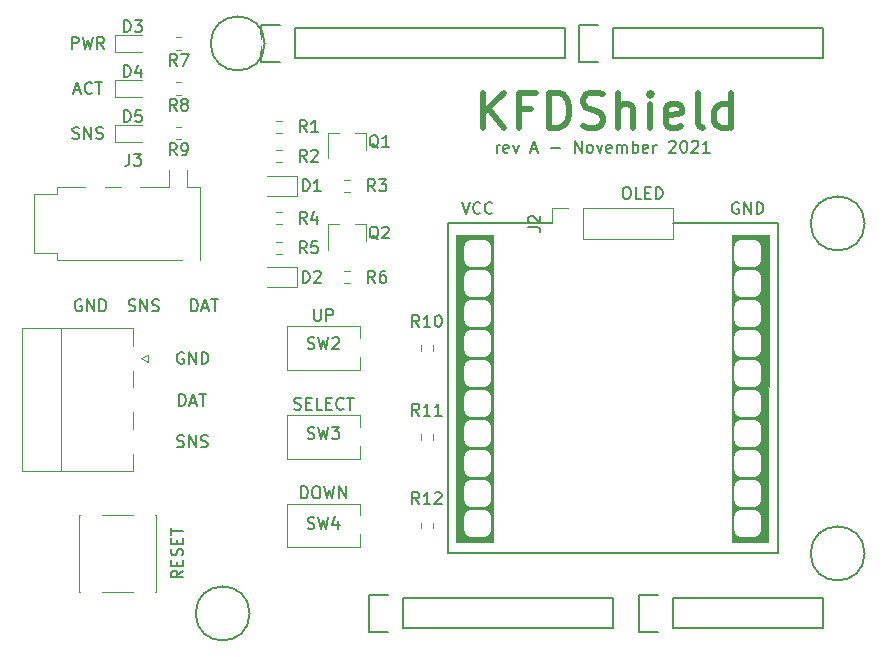
<source format=gto>
%TF.GenerationSoftware,KiCad,Pcbnew,(5.1.10)-1*%
%TF.CreationDate,2021-11-05T01:01:10-05:00*%
%TF.ProjectId,KVLShield,4b564c53-6869-4656-9c64-2e6b69636164,1.0*%
%TF.SameCoordinates,Original*%
%TF.FileFunction,Legend,Top*%
%TF.FilePolarity,Positive*%
%FSLAX46Y46*%
G04 Gerber Fmt 4.6, Leading zero omitted, Abs format (unit mm)*
G04 Created by KiCad (PCBNEW (5.1.10)-1) date 2021-11-05 01:01:10*
%MOMM*%
%LPD*%
G01*
G04 APERTURE LIST*
%ADD10C,0.150000*%
%ADD11C,0.500000*%
%ADD12C,0.100000*%
%ADD13C,0.120000*%
%ADD14R,1.500000X1.500000*%
%ADD15C,1.500000*%
%ADD16R,1.200000X2.500000*%
%ADD17R,1.300000X1.550000*%
%ADD18R,0.800000X0.900000*%
%ADD19C,2.300000*%
%ADD20R,0.500000X0.500000*%
%ADD21O,3.600000X1.800000*%
%ADD22O,1.727200X2.032000*%
%ADD23C,4.064000*%
%ADD24R,1.700000X1.700000*%
%ADD25O,1.700000X1.700000*%
G04 APERTURE END LIST*
D10*
X148163595Y-84817380D02*
X148163595Y-84150714D01*
X148163595Y-84341190D02*
X148211214Y-84245952D01*
X148258833Y-84198333D01*
X148354071Y-84150714D01*
X148449309Y-84150714D01*
X149163595Y-84769761D02*
X149068357Y-84817380D01*
X148877880Y-84817380D01*
X148782642Y-84769761D01*
X148735023Y-84674523D01*
X148735023Y-84293571D01*
X148782642Y-84198333D01*
X148877880Y-84150714D01*
X149068357Y-84150714D01*
X149163595Y-84198333D01*
X149211214Y-84293571D01*
X149211214Y-84388809D01*
X148735023Y-84484047D01*
X149544547Y-84150714D02*
X149782642Y-84817380D01*
X150020738Y-84150714D01*
X151115976Y-84531666D02*
X151592166Y-84531666D01*
X151020738Y-84817380D02*
X151354071Y-83817380D01*
X151687404Y-84817380D01*
X152782642Y-84436428D02*
X153544547Y-84436428D01*
X154782642Y-84817380D02*
X154782642Y-83817380D01*
X155354071Y-84817380D01*
X155354071Y-83817380D01*
X155973119Y-84817380D02*
X155877880Y-84769761D01*
X155830261Y-84722142D01*
X155782642Y-84626904D01*
X155782642Y-84341190D01*
X155830261Y-84245952D01*
X155877880Y-84198333D01*
X155973119Y-84150714D01*
X156115976Y-84150714D01*
X156211214Y-84198333D01*
X156258833Y-84245952D01*
X156306452Y-84341190D01*
X156306452Y-84626904D01*
X156258833Y-84722142D01*
X156211214Y-84769761D01*
X156115976Y-84817380D01*
X155973119Y-84817380D01*
X156639785Y-84150714D02*
X156877880Y-84817380D01*
X157115976Y-84150714D01*
X157877880Y-84769761D02*
X157782642Y-84817380D01*
X157592166Y-84817380D01*
X157496928Y-84769761D01*
X157449309Y-84674523D01*
X157449309Y-84293571D01*
X157496928Y-84198333D01*
X157592166Y-84150714D01*
X157782642Y-84150714D01*
X157877880Y-84198333D01*
X157925500Y-84293571D01*
X157925500Y-84388809D01*
X157449309Y-84484047D01*
X158354071Y-84817380D02*
X158354071Y-84150714D01*
X158354071Y-84245952D02*
X158401690Y-84198333D01*
X158496928Y-84150714D01*
X158639785Y-84150714D01*
X158735023Y-84198333D01*
X158782642Y-84293571D01*
X158782642Y-84817380D01*
X158782642Y-84293571D02*
X158830261Y-84198333D01*
X158925500Y-84150714D01*
X159068357Y-84150714D01*
X159163595Y-84198333D01*
X159211214Y-84293571D01*
X159211214Y-84817380D01*
X159687404Y-84817380D02*
X159687404Y-83817380D01*
X159687404Y-84198333D02*
X159782642Y-84150714D01*
X159973119Y-84150714D01*
X160068357Y-84198333D01*
X160115976Y-84245952D01*
X160163595Y-84341190D01*
X160163595Y-84626904D01*
X160115976Y-84722142D01*
X160068357Y-84769761D01*
X159973119Y-84817380D01*
X159782642Y-84817380D01*
X159687404Y-84769761D01*
X160973119Y-84769761D02*
X160877880Y-84817380D01*
X160687404Y-84817380D01*
X160592166Y-84769761D01*
X160544547Y-84674523D01*
X160544547Y-84293571D01*
X160592166Y-84198333D01*
X160687404Y-84150714D01*
X160877880Y-84150714D01*
X160973119Y-84198333D01*
X161020738Y-84293571D01*
X161020738Y-84388809D01*
X160544547Y-84484047D01*
X161449309Y-84817380D02*
X161449309Y-84150714D01*
X161449309Y-84341190D02*
X161496928Y-84245952D01*
X161544547Y-84198333D01*
X161639785Y-84150714D01*
X161735023Y-84150714D01*
X162782642Y-83912619D02*
X162830261Y-83865000D01*
X162925500Y-83817380D01*
X163163595Y-83817380D01*
X163258833Y-83865000D01*
X163306452Y-83912619D01*
X163354071Y-84007857D01*
X163354071Y-84103095D01*
X163306452Y-84245952D01*
X162735023Y-84817380D01*
X163354071Y-84817380D01*
X163973119Y-83817380D02*
X164068357Y-83817380D01*
X164163595Y-83865000D01*
X164211214Y-83912619D01*
X164258833Y-84007857D01*
X164306452Y-84198333D01*
X164306452Y-84436428D01*
X164258833Y-84626904D01*
X164211214Y-84722142D01*
X164163595Y-84769761D01*
X164068357Y-84817380D01*
X163973119Y-84817380D01*
X163877880Y-84769761D01*
X163830261Y-84722142D01*
X163782642Y-84626904D01*
X163735023Y-84436428D01*
X163735023Y-84198333D01*
X163782642Y-84007857D01*
X163830261Y-83912619D01*
X163877880Y-83865000D01*
X163973119Y-83817380D01*
X164687404Y-83912619D02*
X164735023Y-83865000D01*
X164830261Y-83817380D01*
X165068357Y-83817380D01*
X165163595Y-83865000D01*
X165211214Y-83912619D01*
X165258833Y-84007857D01*
X165258833Y-84103095D01*
X165211214Y-84245952D01*
X164639785Y-84817380D01*
X165258833Y-84817380D01*
X166211214Y-84817380D02*
X165639785Y-84817380D01*
X165925500Y-84817380D02*
X165925500Y-83817380D01*
X165830261Y-83960238D01*
X165735023Y-84055476D01*
X165639785Y-84103095D01*
D11*
X147037285Y-82722142D02*
X147037285Y-79722142D01*
X148751571Y-82722142D02*
X147465857Y-81007857D01*
X148751571Y-79722142D02*
X147037285Y-81436428D01*
X151037285Y-81150714D02*
X150037285Y-81150714D01*
X150037285Y-82722142D02*
X150037285Y-79722142D01*
X151465857Y-79722142D01*
X152608714Y-82722142D02*
X152608714Y-79722142D01*
X153323000Y-79722142D01*
X153751571Y-79865000D01*
X154037285Y-80150714D01*
X154180142Y-80436428D01*
X154323000Y-81007857D01*
X154323000Y-81436428D01*
X154180142Y-82007857D01*
X154037285Y-82293571D01*
X153751571Y-82579285D01*
X153323000Y-82722142D01*
X152608714Y-82722142D01*
X155465857Y-82579285D02*
X155894428Y-82722142D01*
X156608714Y-82722142D01*
X156894428Y-82579285D01*
X157037285Y-82436428D01*
X157180142Y-82150714D01*
X157180142Y-81865000D01*
X157037285Y-81579285D01*
X156894428Y-81436428D01*
X156608714Y-81293571D01*
X156037285Y-81150714D01*
X155751571Y-81007857D01*
X155608714Y-80865000D01*
X155465857Y-80579285D01*
X155465857Y-80293571D01*
X155608714Y-80007857D01*
X155751571Y-79865000D01*
X156037285Y-79722142D01*
X156751571Y-79722142D01*
X157180142Y-79865000D01*
X158465857Y-82722142D02*
X158465857Y-79722142D01*
X159751571Y-82722142D02*
X159751571Y-81150714D01*
X159608714Y-80865000D01*
X159323000Y-80722142D01*
X158894428Y-80722142D01*
X158608714Y-80865000D01*
X158465857Y-81007857D01*
X161180142Y-82722142D02*
X161180142Y-80722142D01*
X161180142Y-79722142D02*
X161037285Y-79865000D01*
X161180142Y-80007857D01*
X161323000Y-79865000D01*
X161180142Y-79722142D01*
X161180142Y-80007857D01*
X163751571Y-82579285D02*
X163465857Y-82722142D01*
X162894428Y-82722142D01*
X162608714Y-82579285D01*
X162465857Y-82293571D01*
X162465857Y-81150714D01*
X162608714Y-80865000D01*
X162894428Y-80722142D01*
X163465857Y-80722142D01*
X163751571Y-80865000D01*
X163894428Y-81150714D01*
X163894428Y-81436428D01*
X162465857Y-81722142D01*
X165608714Y-82722142D02*
X165323000Y-82579285D01*
X165180142Y-82293571D01*
X165180142Y-79722142D01*
X168037285Y-82722142D02*
X168037285Y-79722142D01*
X168037285Y-82579285D02*
X167751571Y-82722142D01*
X167180142Y-82722142D01*
X166894428Y-82579285D01*
X166751571Y-82436428D01*
X166608714Y-82150714D01*
X166608714Y-81293571D01*
X166751571Y-81007857D01*
X166894428Y-80865000D01*
X167180142Y-80722142D01*
X167751571Y-80722142D01*
X168037285Y-80865000D01*
D10*
X131617047Y-114067380D02*
X131617047Y-113067380D01*
X131855142Y-113067380D01*
X131998000Y-113115000D01*
X132093238Y-113210238D01*
X132140857Y-113305476D01*
X132188476Y-113495952D01*
X132188476Y-113638809D01*
X132140857Y-113829285D01*
X132093238Y-113924523D01*
X131998000Y-114019761D01*
X131855142Y-114067380D01*
X131617047Y-114067380D01*
X132807523Y-113067380D02*
X132998000Y-113067380D01*
X133093238Y-113115000D01*
X133188476Y-113210238D01*
X133236095Y-113400714D01*
X133236095Y-113734047D01*
X133188476Y-113924523D01*
X133093238Y-114019761D01*
X132998000Y-114067380D01*
X132807523Y-114067380D01*
X132712285Y-114019761D01*
X132617047Y-113924523D01*
X132569428Y-113734047D01*
X132569428Y-113400714D01*
X132617047Y-113210238D01*
X132712285Y-113115000D01*
X132807523Y-113067380D01*
X133569428Y-113067380D02*
X133807523Y-114067380D01*
X133998000Y-113353095D01*
X134188476Y-114067380D01*
X134426571Y-113067380D01*
X134807523Y-114067380D02*
X134807523Y-113067380D01*
X135378952Y-114067380D01*
X135378952Y-113067380D01*
X131021809Y-106519761D02*
X131164666Y-106567380D01*
X131402761Y-106567380D01*
X131498000Y-106519761D01*
X131545619Y-106472142D01*
X131593238Y-106376904D01*
X131593238Y-106281666D01*
X131545619Y-106186428D01*
X131498000Y-106138809D01*
X131402761Y-106091190D01*
X131212285Y-106043571D01*
X131117047Y-105995952D01*
X131069428Y-105948333D01*
X131021809Y-105853095D01*
X131021809Y-105757857D01*
X131069428Y-105662619D01*
X131117047Y-105615000D01*
X131212285Y-105567380D01*
X131450380Y-105567380D01*
X131593238Y-105615000D01*
X132021809Y-106043571D02*
X132355142Y-106043571D01*
X132498000Y-106567380D02*
X132021809Y-106567380D01*
X132021809Y-105567380D01*
X132498000Y-105567380D01*
X133402761Y-106567380D02*
X132926571Y-106567380D01*
X132926571Y-105567380D01*
X133736095Y-106043571D02*
X134069428Y-106043571D01*
X134212285Y-106567380D02*
X133736095Y-106567380D01*
X133736095Y-105567380D01*
X134212285Y-105567380D01*
X135212285Y-106472142D02*
X135164666Y-106519761D01*
X135021809Y-106567380D01*
X134926571Y-106567380D01*
X134783714Y-106519761D01*
X134688476Y-106424523D01*
X134640857Y-106329285D01*
X134593238Y-106138809D01*
X134593238Y-105995952D01*
X134640857Y-105805476D01*
X134688476Y-105710238D01*
X134783714Y-105615000D01*
X134926571Y-105567380D01*
X135021809Y-105567380D01*
X135164666Y-105615000D01*
X135212285Y-105662619D01*
X135498000Y-105567380D02*
X136069428Y-105567380D01*
X135783714Y-106567380D02*
X135783714Y-105567380D01*
X132712285Y-98067380D02*
X132712285Y-98876904D01*
X132759904Y-98972142D01*
X132807523Y-99019761D01*
X132902761Y-99067380D01*
X133093238Y-99067380D01*
X133188476Y-99019761D01*
X133236095Y-98972142D01*
X133283714Y-98876904D01*
X133283714Y-98067380D01*
X133759904Y-99067380D02*
X133759904Y-98067380D01*
X134140857Y-98067380D01*
X134236095Y-98115000D01*
X134283714Y-98162619D01*
X134331333Y-98257857D01*
X134331333Y-98400714D01*
X134283714Y-98495952D01*
X134236095Y-98543571D01*
X134140857Y-98591190D01*
X133759904Y-98591190D01*
X145224666Y-88987380D02*
X145558000Y-89987380D01*
X145891333Y-88987380D01*
X146796095Y-89892142D02*
X146748476Y-89939761D01*
X146605619Y-89987380D01*
X146510380Y-89987380D01*
X146367523Y-89939761D01*
X146272285Y-89844523D01*
X146224666Y-89749285D01*
X146177047Y-89558809D01*
X146177047Y-89415952D01*
X146224666Y-89225476D01*
X146272285Y-89130238D01*
X146367523Y-89035000D01*
X146510380Y-88987380D01*
X146605619Y-88987380D01*
X146748476Y-89035000D01*
X146796095Y-89082619D01*
X147796095Y-89892142D02*
X147748476Y-89939761D01*
X147605619Y-89987380D01*
X147510380Y-89987380D01*
X147367523Y-89939761D01*
X147272285Y-89844523D01*
X147224666Y-89749285D01*
X147177047Y-89558809D01*
X147177047Y-89415952D01*
X147224666Y-89225476D01*
X147272285Y-89130238D01*
X147367523Y-89035000D01*
X147510380Y-88987380D01*
X147605619Y-88987380D01*
X147748476Y-89035000D01*
X147796095Y-89082619D01*
X168656095Y-89035000D02*
X168560857Y-88987380D01*
X168418000Y-88987380D01*
X168275142Y-89035000D01*
X168179904Y-89130238D01*
X168132285Y-89225476D01*
X168084666Y-89415952D01*
X168084666Y-89558809D01*
X168132285Y-89749285D01*
X168179904Y-89844523D01*
X168275142Y-89939761D01*
X168418000Y-89987380D01*
X168513238Y-89987380D01*
X168656095Y-89939761D01*
X168703714Y-89892142D01*
X168703714Y-89558809D01*
X168513238Y-89558809D01*
X169132285Y-89987380D02*
X169132285Y-88987380D01*
X169703714Y-89987380D01*
X169703714Y-88987380D01*
X170179904Y-89987380D02*
X170179904Y-88987380D01*
X170418000Y-88987380D01*
X170560857Y-89035000D01*
X170656095Y-89130238D01*
X170703714Y-89225476D01*
X170751333Y-89415952D01*
X170751333Y-89558809D01*
X170703714Y-89749285D01*
X170656095Y-89844523D01*
X170560857Y-89939761D01*
X170418000Y-89987380D01*
X170179904Y-89987380D01*
D12*
G36*
X171206905Y-91819668D02*
G01*
X171157252Y-117774831D01*
X168098867Y-117771507D01*
X168088162Y-91823680D01*
X168101792Y-91816865D01*
X168098656Y-91816344D01*
X171206905Y-91819668D01*
G37*
X171206905Y-91819668D02*
X171157252Y-117774831D01*
X168098867Y-117771507D01*
X168088162Y-91823680D01*
X168101792Y-91816865D01*
X168098656Y-91816344D01*
X171206905Y-91819668D01*
G36*
X147869342Y-91797418D02*
G01*
X147819689Y-117752581D01*
X144761304Y-117749257D01*
X144750599Y-91801430D01*
X144764229Y-91794615D01*
X144761093Y-91794094D01*
X147869342Y-91797418D01*
G37*
X147869342Y-91797418D02*
X147819689Y-117752581D01*
X144761304Y-117749257D01*
X144750599Y-91801430D01*
X144764229Y-91794615D01*
X144761093Y-91794094D01*
X147869342Y-91797418D01*
D10*
X144018000Y-90805000D02*
X152848000Y-90805000D01*
X171958000Y-90805000D02*
X163068000Y-90805000D01*
X171958000Y-118745000D02*
X171958000Y-90805000D01*
X144018000Y-118745000D02*
X171958000Y-118745000D01*
X144018000Y-90805000D02*
X144018000Y-118745000D01*
X121610380Y-120197380D02*
X121134190Y-120530714D01*
X121610380Y-120768809D02*
X120610380Y-120768809D01*
X120610380Y-120387857D01*
X120658000Y-120292619D01*
X120705619Y-120245000D01*
X120800857Y-120197380D01*
X120943714Y-120197380D01*
X121038952Y-120245000D01*
X121086571Y-120292619D01*
X121134190Y-120387857D01*
X121134190Y-120768809D01*
X121086571Y-119768809D02*
X121086571Y-119435476D01*
X121610380Y-119292619D02*
X121610380Y-119768809D01*
X120610380Y-119768809D01*
X120610380Y-119292619D01*
X121562761Y-118911666D02*
X121610380Y-118768809D01*
X121610380Y-118530714D01*
X121562761Y-118435476D01*
X121515142Y-118387857D01*
X121419904Y-118340238D01*
X121324666Y-118340238D01*
X121229428Y-118387857D01*
X121181809Y-118435476D01*
X121134190Y-118530714D01*
X121086571Y-118721190D01*
X121038952Y-118816428D01*
X120991333Y-118864047D01*
X120896095Y-118911666D01*
X120800857Y-118911666D01*
X120705619Y-118864047D01*
X120658000Y-118816428D01*
X120610380Y-118721190D01*
X120610380Y-118483095D01*
X120658000Y-118340238D01*
X121086571Y-117911666D02*
X121086571Y-117578333D01*
X121610380Y-117435476D02*
X121610380Y-117911666D01*
X120610380Y-117911666D01*
X120610380Y-117435476D01*
X120610380Y-117149761D02*
X120610380Y-116578333D01*
X121610380Y-116864047D02*
X120610380Y-116864047D01*
X113012560Y-97287607D02*
X112917321Y-97239987D01*
X112774464Y-97239987D01*
X112631607Y-97287607D01*
X112536369Y-97382845D01*
X112488750Y-97478083D01*
X112441131Y-97668559D01*
X112441131Y-97811416D01*
X112488750Y-98001892D01*
X112536369Y-98097130D01*
X112631607Y-98192368D01*
X112774464Y-98239987D01*
X112869702Y-98239987D01*
X113012560Y-98192368D01*
X113060179Y-98144749D01*
X113060179Y-97811416D01*
X112869702Y-97811416D01*
X113488750Y-98239987D02*
X113488750Y-97239987D01*
X114060179Y-98239987D01*
X114060179Y-97239987D01*
X114536369Y-98239987D02*
X114536369Y-97239987D01*
X114774464Y-97239987D01*
X114917321Y-97287607D01*
X115012560Y-97382845D01*
X115060179Y-97478083D01*
X115107798Y-97668559D01*
X115107798Y-97811416D01*
X115060179Y-98001892D01*
X115012560Y-98097130D01*
X114917321Y-98192368D01*
X114774464Y-98239987D01*
X114536369Y-98239987D01*
X117012560Y-98192368D02*
X117155417Y-98239987D01*
X117393512Y-98239987D01*
X117488750Y-98192368D01*
X117536369Y-98144749D01*
X117583988Y-98049511D01*
X117583988Y-97954273D01*
X117536369Y-97859035D01*
X117488750Y-97811416D01*
X117393512Y-97763797D01*
X117203036Y-97716178D01*
X117107798Y-97668559D01*
X117060179Y-97620940D01*
X117012560Y-97525702D01*
X117012560Y-97430464D01*
X117060179Y-97335226D01*
X117107798Y-97287607D01*
X117203036Y-97239987D01*
X117441131Y-97239987D01*
X117583988Y-97287607D01*
X118012560Y-98239987D02*
X118012560Y-97239987D01*
X118583988Y-98239987D01*
X118583988Y-97239987D01*
X119012560Y-98192368D02*
X119155417Y-98239987D01*
X119393512Y-98239987D01*
X119488750Y-98192368D01*
X119536369Y-98144749D01*
X119583988Y-98049511D01*
X119583988Y-97954273D01*
X119536369Y-97859035D01*
X119488750Y-97811416D01*
X119393512Y-97763797D01*
X119203036Y-97716178D01*
X119107798Y-97668559D01*
X119060179Y-97620940D01*
X119012560Y-97525702D01*
X119012560Y-97430464D01*
X119060179Y-97335226D01*
X119107798Y-97287607D01*
X119203036Y-97239987D01*
X119441131Y-97239987D01*
X119583988Y-97287607D01*
X122298274Y-98239987D02*
X122298274Y-97239987D01*
X122536369Y-97239987D01*
X122679226Y-97287607D01*
X122774464Y-97382845D01*
X122822083Y-97478083D01*
X122869702Y-97668559D01*
X122869702Y-97811416D01*
X122822083Y-98001892D01*
X122774464Y-98097130D01*
X122679226Y-98192368D01*
X122536369Y-98239987D01*
X122298274Y-98239987D01*
X123250655Y-97954273D02*
X123726845Y-97954273D01*
X123155417Y-98239987D02*
X123488750Y-97239987D01*
X123822083Y-98239987D01*
X124012560Y-97239987D02*
X124583988Y-97239987D01*
X124298274Y-98239987D02*
X124298274Y-97239987D01*
X121281472Y-106258728D02*
X121281472Y-105258728D01*
X121519567Y-105258728D01*
X121662424Y-105306348D01*
X121757662Y-105401586D01*
X121805281Y-105496824D01*
X121852901Y-105687300D01*
X121852901Y-105830157D01*
X121805281Y-106020633D01*
X121757662Y-106115871D01*
X121662424Y-106211109D01*
X121519567Y-106258728D01*
X121281472Y-106258728D01*
X122233853Y-105973014D02*
X122710043Y-105973014D01*
X122138615Y-106258728D02*
X122471948Y-105258728D01*
X122805281Y-106258728D01*
X122995758Y-105258728D02*
X123567186Y-105258728D01*
X123281472Y-106258728D02*
X123281472Y-105258728D01*
X121121803Y-109692957D02*
X121264660Y-109740576D01*
X121502756Y-109740576D01*
X121597994Y-109692957D01*
X121645613Y-109645338D01*
X121693232Y-109550100D01*
X121693232Y-109454862D01*
X121645613Y-109359624D01*
X121597994Y-109312005D01*
X121502756Y-109264386D01*
X121312279Y-109216767D01*
X121217041Y-109169148D01*
X121169422Y-109121529D01*
X121121803Y-109026291D01*
X121121803Y-108931053D01*
X121169422Y-108835815D01*
X121217041Y-108788196D01*
X121312279Y-108740576D01*
X121550375Y-108740576D01*
X121693232Y-108788196D01*
X122121803Y-109740576D02*
X122121803Y-108740576D01*
X122693232Y-109740576D01*
X122693232Y-108740576D01*
X123121803Y-109692957D02*
X123264660Y-109740576D01*
X123502756Y-109740576D01*
X123597994Y-109692957D01*
X123645613Y-109645338D01*
X123693232Y-109550100D01*
X123693232Y-109454862D01*
X123645613Y-109359624D01*
X123597994Y-109312005D01*
X123502756Y-109264386D01*
X123312279Y-109216767D01*
X123217041Y-109169148D01*
X123169422Y-109121529D01*
X123121803Y-109026291D01*
X123121803Y-108931053D01*
X123169422Y-108835815D01*
X123217041Y-108788196D01*
X123312279Y-108740576D01*
X123550375Y-108740576D01*
X123693232Y-108788196D01*
X121666095Y-101735000D02*
X121570857Y-101687380D01*
X121428000Y-101687380D01*
X121285142Y-101735000D01*
X121189904Y-101830238D01*
X121142285Y-101925476D01*
X121094666Y-102115952D01*
X121094666Y-102258809D01*
X121142285Y-102449285D01*
X121189904Y-102544523D01*
X121285142Y-102639761D01*
X121428000Y-102687380D01*
X121523238Y-102687380D01*
X121666095Y-102639761D01*
X121713714Y-102592142D01*
X121713714Y-102258809D01*
X121523238Y-102258809D01*
X122142285Y-102687380D02*
X122142285Y-101687380D01*
X122713714Y-102687380D01*
X122713714Y-101687380D01*
X123189904Y-102687380D02*
X123189904Y-101687380D01*
X123428000Y-101687380D01*
X123570857Y-101735000D01*
X123666095Y-101830238D01*
X123713714Y-101925476D01*
X123761333Y-102115952D01*
X123761333Y-102258809D01*
X123713714Y-102449285D01*
X123666095Y-102544523D01*
X123570857Y-102639761D01*
X123428000Y-102687380D01*
X123189904Y-102687380D01*
X112252285Y-83589761D02*
X112395142Y-83637380D01*
X112633238Y-83637380D01*
X112728476Y-83589761D01*
X112776095Y-83542142D01*
X112823714Y-83446904D01*
X112823714Y-83351666D01*
X112776095Y-83256428D01*
X112728476Y-83208809D01*
X112633238Y-83161190D01*
X112442761Y-83113571D01*
X112347523Y-83065952D01*
X112299904Y-83018333D01*
X112252285Y-82923095D01*
X112252285Y-82827857D01*
X112299904Y-82732619D01*
X112347523Y-82685000D01*
X112442761Y-82637380D01*
X112680857Y-82637380D01*
X112823714Y-82685000D01*
X113252285Y-83637380D02*
X113252285Y-82637380D01*
X113823714Y-83637380D01*
X113823714Y-82637380D01*
X114252285Y-83589761D02*
X114395142Y-83637380D01*
X114633238Y-83637380D01*
X114728476Y-83589761D01*
X114776095Y-83542142D01*
X114823714Y-83446904D01*
X114823714Y-83351666D01*
X114776095Y-83256428D01*
X114728476Y-83208809D01*
X114633238Y-83161190D01*
X114442761Y-83113571D01*
X114347523Y-83065952D01*
X114299904Y-83018333D01*
X114252285Y-82923095D01*
X114252285Y-82827857D01*
X114299904Y-82732619D01*
X114347523Y-82685000D01*
X114442761Y-82637380D01*
X114680857Y-82637380D01*
X114823714Y-82685000D01*
X112418952Y-79541666D02*
X112895142Y-79541666D01*
X112323714Y-79827380D02*
X112657047Y-78827380D01*
X112990380Y-79827380D01*
X113895142Y-79732142D02*
X113847523Y-79779761D01*
X113704666Y-79827380D01*
X113609428Y-79827380D01*
X113466571Y-79779761D01*
X113371333Y-79684523D01*
X113323714Y-79589285D01*
X113276095Y-79398809D01*
X113276095Y-79255952D01*
X113323714Y-79065476D01*
X113371333Y-78970238D01*
X113466571Y-78875000D01*
X113609428Y-78827380D01*
X113704666Y-78827380D01*
X113847523Y-78875000D01*
X113895142Y-78922619D01*
X114180857Y-78827380D02*
X114752285Y-78827380D01*
X114466571Y-79827380D02*
X114466571Y-78827380D01*
X112204666Y-76017380D02*
X112204666Y-75017380D01*
X112585619Y-75017380D01*
X112680857Y-75065000D01*
X112728476Y-75112619D01*
X112776095Y-75207857D01*
X112776095Y-75350714D01*
X112728476Y-75445952D01*
X112680857Y-75493571D01*
X112585619Y-75541190D01*
X112204666Y-75541190D01*
X113109428Y-75017380D02*
X113347523Y-76017380D01*
X113538000Y-75303095D01*
X113728476Y-76017380D01*
X113966571Y-75017380D01*
X114918952Y-76017380D02*
X114585619Y-75541190D01*
X114347523Y-76017380D02*
X114347523Y-75017380D01*
X114728476Y-75017380D01*
X114823714Y-75065000D01*
X114871333Y-75112619D01*
X114918952Y-75207857D01*
X114918952Y-75350714D01*
X114871333Y-75445952D01*
X114823714Y-75493571D01*
X114728476Y-75541190D01*
X114347523Y-75541190D01*
X159075619Y-87717380D02*
X159266095Y-87717380D01*
X159361333Y-87765000D01*
X159456571Y-87860238D01*
X159504190Y-88050714D01*
X159504190Y-88384047D01*
X159456571Y-88574523D01*
X159361333Y-88669761D01*
X159266095Y-88717380D01*
X159075619Y-88717380D01*
X158980380Y-88669761D01*
X158885142Y-88574523D01*
X158837523Y-88384047D01*
X158837523Y-88050714D01*
X158885142Y-87860238D01*
X158980380Y-87765000D01*
X159075619Y-87717380D01*
X160408952Y-88717380D02*
X159932761Y-88717380D01*
X159932761Y-87717380D01*
X160742285Y-88193571D02*
X161075619Y-88193571D01*
X161218476Y-88717380D02*
X160742285Y-88717380D01*
X160742285Y-87717380D01*
X161218476Y-87717380D01*
X161647047Y-88717380D02*
X161647047Y-87717380D01*
X161885142Y-87717380D01*
X162028000Y-87765000D01*
X162123238Y-87860238D01*
X162170857Y-87955476D01*
X162218476Y-88145952D01*
X162218476Y-88288809D01*
X162170857Y-88479285D01*
X162123238Y-88574523D01*
X162028000Y-88669761D01*
X161885142Y-88717380D01*
X161647047Y-88717380D01*
D13*
%TO.C,SW4*%
X130438000Y-114515000D02*
X136558000Y-114515000D01*
X136558000Y-114515000D02*
X136558000Y-118215000D01*
X136558000Y-118215000D02*
X130438000Y-118215000D01*
X130438000Y-118215000D02*
X130438000Y-114515000D01*
%TO.C,SW3*%
X130438000Y-107015000D02*
X136558000Y-107015000D01*
X136558000Y-107015000D02*
X136558000Y-110715000D01*
X136558000Y-110715000D02*
X130438000Y-110715000D01*
X130438000Y-110715000D02*
X130438000Y-107015000D01*
%TO.C,SW2*%
X130438000Y-99515000D02*
X136558000Y-99515000D01*
X136558000Y-99515000D02*
X136558000Y-103215000D01*
X136558000Y-103215000D02*
X130438000Y-103215000D01*
X130438000Y-103215000D02*
X130438000Y-99515000D01*
%TO.C,J3*%
X120398000Y-87705000D02*
X120398000Y-86305000D01*
X121948000Y-87705000D02*
X121948000Y-86305000D01*
X121498000Y-93905000D02*
X110973000Y-93905000D01*
X121948000Y-87705000D02*
X123073000Y-87705000D01*
X117998000Y-87705000D02*
X120398000Y-87705000D01*
X114998000Y-87705000D02*
X116348000Y-87705000D01*
X110973000Y-87705000D02*
X113348000Y-87705000D01*
X123073000Y-93905000D02*
X123073000Y-87705000D01*
X110973000Y-87705000D02*
X110973000Y-88305000D01*
X110973000Y-93305000D02*
X110973000Y-93905000D01*
X108973000Y-88305000D02*
X108973000Y-93305000D01*
X110973000Y-88305000D02*
X108973000Y-88305000D01*
X110973000Y-93305000D02*
X108973000Y-93305000D01*
%TO.C,SW1*%
X112848000Y-115515000D02*
X112848000Y-121975000D01*
X117378000Y-115515000D02*
X114778000Y-115515000D01*
X119308000Y-115515000D02*
X119308000Y-121975000D01*
X117378000Y-121975000D02*
X114778000Y-121975000D01*
X119278000Y-115515000D02*
X119308000Y-115515000D01*
X112848000Y-115515000D02*
X112878000Y-115515000D01*
X112848000Y-121975000D02*
X112878000Y-121975000D01*
X119308000Y-121975000D02*
X119278000Y-121975000D01*
%TO.C,Q1*%
X137078000Y-83105000D02*
X137078000Y-84565000D01*
X133918000Y-83105000D02*
X133918000Y-85265000D01*
X133918000Y-83105000D02*
X134848000Y-83105000D01*
X137078000Y-83105000D02*
X136148000Y-83105000D01*
%TO.C,R12*%
X141725500Y-116127742D02*
X141725500Y-116602258D01*
X142770500Y-116127742D02*
X142770500Y-116602258D01*
%TO.C,R11*%
X141725500Y-108627742D02*
X141725500Y-109102258D01*
X142770500Y-108627742D02*
X142770500Y-109102258D01*
%TO.C,R10*%
X141725500Y-101127742D02*
X141725500Y-101602258D01*
X142770500Y-101127742D02*
X142770500Y-101602258D01*
%TO.C,D2*%
X131248000Y-96215000D02*
X128698000Y-96215000D01*
X131248000Y-94515000D02*
X128698000Y-94515000D01*
X131248000Y-96215000D02*
X131248000Y-94515000D01*
%TO.C,D1*%
X131248000Y-88465000D02*
X128698000Y-88465000D01*
X131248000Y-86765000D02*
X128698000Y-86765000D01*
X131248000Y-88465000D02*
X131248000Y-86765000D01*
%TO.C,J1*%
X118678000Y-101935000D02*
X118678000Y-102535000D01*
X118078000Y-102235000D02*
X118678000Y-101935000D01*
X118678000Y-102535000D02*
X118078000Y-102235000D01*
X111278000Y-99675000D02*
X111278000Y-111795000D01*
X117388000Y-106785000D02*
X117388000Y-108185000D01*
X117388000Y-103285000D02*
X117388000Y-104685000D01*
X117388000Y-111795000D02*
X117388000Y-110285000D01*
X117388000Y-99675000D02*
X117388000Y-101185000D01*
X107968000Y-111795000D02*
X117388000Y-111795000D01*
X107968000Y-99675000D02*
X107968000Y-111795000D01*
X117388000Y-99675000D02*
X107968000Y-99675000D01*
%TO.C,R9*%
X121485258Y-82622500D02*
X121010742Y-82622500D01*
X121485258Y-83667500D02*
X121010742Y-83667500D01*
%TO.C,D5*%
X115863000Y-83920000D02*
X118148000Y-83920000D01*
X115863000Y-82450000D02*
X115863000Y-83920000D01*
X118148000Y-82450000D02*
X115863000Y-82450000D01*
%TO.C,D4*%
X115863000Y-80110000D02*
X118148000Y-80110000D01*
X115863000Y-78640000D02*
X115863000Y-80110000D01*
X118148000Y-78640000D02*
X115863000Y-78640000D01*
%TO.C,D3*%
X115863000Y-76300000D02*
X118148000Y-76300000D01*
X115863000Y-74830000D02*
X115863000Y-76300000D01*
X118148000Y-74830000D02*
X115863000Y-74830000D01*
%TO.C,Q2*%
X137078000Y-90855000D02*
X137078000Y-92315000D01*
X133918000Y-90855000D02*
X133918000Y-93015000D01*
X133918000Y-90855000D02*
X134848000Y-90855000D01*
X137078000Y-90855000D02*
X136148000Y-90855000D01*
%TO.C,R8*%
X121485258Y-78852500D02*
X121010742Y-78852500D01*
X121485258Y-79897500D02*
X121010742Y-79897500D01*
%TO.C,R7*%
X121485258Y-75042500D02*
X121010742Y-75042500D01*
X121485258Y-76087500D02*
X121010742Y-76087500D01*
%TO.C,R6*%
X135735258Y-94842500D02*
X135260742Y-94842500D01*
X135735258Y-95887500D02*
X135260742Y-95887500D01*
%TO.C,R5*%
X129510742Y-93387500D02*
X129985258Y-93387500D01*
X129510742Y-92342500D02*
X129985258Y-92342500D01*
%TO.C,R4*%
X129510742Y-90887500D02*
X129985258Y-90887500D01*
X129510742Y-89842500D02*
X129985258Y-89842500D01*
%TO.C,R3*%
X135735258Y-87092500D02*
X135260742Y-87092500D01*
X135735258Y-88137500D02*
X135260742Y-88137500D01*
%TO.C,R2*%
X129510742Y-85637500D02*
X129985258Y-85637500D01*
X129510742Y-84592500D02*
X129985258Y-84592500D01*
%TO.C,R1*%
X129510742Y-83137500D02*
X129985258Y-83137500D01*
X129510742Y-82092500D02*
X129985258Y-82092500D01*
D10*
%TO.C,P1*%
X137388000Y-122275000D02*
X137388000Y-125375000D01*
X138938000Y-122275000D02*
X137388000Y-122275000D01*
X140208000Y-125095000D02*
X140208000Y-122555000D01*
X137388000Y-125375000D02*
X138938000Y-125375000D01*
X157988000Y-122555000D02*
X140208000Y-122555000D01*
X157988000Y-125095000D02*
X157988000Y-122555000D01*
X140208000Y-125095000D02*
X157988000Y-125095000D01*
%TO.C,P2*%
X160248000Y-122275000D02*
X160248000Y-125375000D01*
X161798000Y-122275000D02*
X160248000Y-122275000D01*
X163068000Y-125095000D02*
X163068000Y-122555000D01*
X160248000Y-125375000D02*
X161798000Y-125375000D01*
X175768000Y-122555000D02*
X163068000Y-122555000D01*
X175768000Y-125095000D02*
X175768000Y-122555000D01*
X163068000Y-125095000D02*
X175768000Y-125095000D01*
%TO.C,P3*%
X128244000Y-74015000D02*
X128244000Y-77115000D01*
X129794000Y-74015000D02*
X128244000Y-74015000D01*
X131064000Y-76835000D02*
X131064000Y-74295000D01*
X128244000Y-77115000D02*
X129794000Y-77115000D01*
X153924000Y-74295000D02*
X131064000Y-74295000D01*
X153924000Y-76835000D02*
X153924000Y-74295000D01*
X131064000Y-76835000D02*
X153924000Y-76835000D01*
%TO.C,P4*%
X155168000Y-74015000D02*
X155168000Y-77115000D01*
X156718000Y-74015000D02*
X155168000Y-74015000D01*
X157988000Y-76835000D02*
X157988000Y-74295000D01*
X155168000Y-77115000D02*
X156718000Y-77115000D01*
X175768000Y-74295000D02*
X157988000Y-74295000D01*
X175768000Y-76835000D02*
X175768000Y-74295000D01*
X157988000Y-76835000D02*
X175768000Y-76835000D01*
%TO.C,P5*%
X127254000Y-123825000D02*
G75*
G03*
X127254000Y-123825000I-2286000J0D01*
G01*
%TO.C,P6*%
X179324000Y-118745000D02*
G75*
G03*
X179324000Y-118745000I-2286000J0D01*
G01*
%TO.C,P7*%
X128524000Y-75565000D02*
G75*
G03*
X128524000Y-75565000I-2286000J0D01*
G01*
%TO.C,P8*%
X179324000Y-90805000D02*
G75*
G03*
X179324000Y-90805000I-2286000J0D01*
G01*
D13*
%TO.C,J2*%
X155448000Y-92135000D02*
X155448000Y-89475000D01*
X155448000Y-92135000D02*
X163128000Y-92135000D01*
X163128000Y-92135000D02*
X163128000Y-89475000D01*
X155448000Y-89475000D02*
X163128000Y-89475000D01*
X152848000Y-89475000D02*
X154178000Y-89475000D01*
X152848000Y-90805000D02*
X152848000Y-89475000D01*
%TO.C,SW4*%
D10*
X132164666Y-116609761D02*
X132307523Y-116657380D01*
X132545619Y-116657380D01*
X132640857Y-116609761D01*
X132688476Y-116562142D01*
X132736095Y-116466904D01*
X132736095Y-116371666D01*
X132688476Y-116276428D01*
X132640857Y-116228809D01*
X132545619Y-116181190D01*
X132355142Y-116133571D01*
X132259904Y-116085952D01*
X132212285Y-116038333D01*
X132164666Y-115943095D01*
X132164666Y-115847857D01*
X132212285Y-115752619D01*
X132259904Y-115705000D01*
X132355142Y-115657380D01*
X132593238Y-115657380D01*
X132736095Y-115705000D01*
X133069428Y-115657380D02*
X133307523Y-116657380D01*
X133498000Y-115943095D01*
X133688476Y-116657380D01*
X133926571Y-115657380D01*
X134736095Y-115990714D02*
X134736095Y-116657380D01*
X134498000Y-115609761D02*
X134259904Y-116324047D01*
X134878952Y-116324047D01*
%TO.C,SW3*%
X132164666Y-108989761D02*
X132307523Y-109037380D01*
X132545619Y-109037380D01*
X132640857Y-108989761D01*
X132688476Y-108942142D01*
X132736095Y-108846904D01*
X132736095Y-108751666D01*
X132688476Y-108656428D01*
X132640857Y-108608809D01*
X132545619Y-108561190D01*
X132355142Y-108513571D01*
X132259904Y-108465952D01*
X132212285Y-108418333D01*
X132164666Y-108323095D01*
X132164666Y-108227857D01*
X132212285Y-108132619D01*
X132259904Y-108085000D01*
X132355142Y-108037380D01*
X132593238Y-108037380D01*
X132736095Y-108085000D01*
X133069428Y-108037380D02*
X133307523Y-109037380D01*
X133498000Y-108323095D01*
X133688476Y-109037380D01*
X133926571Y-108037380D01*
X134212285Y-108037380D02*
X134831333Y-108037380D01*
X134498000Y-108418333D01*
X134640857Y-108418333D01*
X134736095Y-108465952D01*
X134783714Y-108513571D01*
X134831333Y-108608809D01*
X134831333Y-108846904D01*
X134783714Y-108942142D01*
X134736095Y-108989761D01*
X134640857Y-109037380D01*
X134355142Y-109037380D01*
X134259904Y-108989761D01*
X134212285Y-108942142D01*
%TO.C,SW2*%
X132164666Y-101369761D02*
X132307523Y-101417380D01*
X132545619Y-101417380D01*
X132640857Y-101369761D01*
X132688476Y-101322142D01*
X132736095Y-101226904D01*
X132736095Y-101131666D01*
X132688476Y-101036428D01*
X132640857Y-100988809D01*
X132545619Y-100941190D01*
X132355142Y-100893571D01*
X132259904Y-100845952D01*
X132212285Y-100798333D01*
X132164666Y-100703095D01*
X132164666Y-100607857D01*
X132212285Y-100512619D01*
X132259904Y-100465000D01*
X132355142Y-100417380D01*
X132593238Y-100417380D01*
X132736095Y-100465000D01*
X133069428Y-100417380D02*
X133307523Y-101417380D01*
X133498000Y-100703095D01*
X133688476Y-101417380D01*
X133926571Y-100417380D01*
X134259904Y-100512619D02*
X134307523Y-100465000D01*
X134402761Y-100417380D01*
X134640857Y-100417380D01*
X134736095Y-100465000D01*
X134783714Y-100512619D01*
X134831333Y-100607857D01*
X134831333Y-100703095D01*
X134783714Y-100845952D01*
X134212285Y-101417380D01*
X134831333Y-101417380D01*
%TO.C,J3*%
X117064666Y-84907380D02*
X117064666Y-85621666D01*
X117017047Y-85764523D01*
X116921809Y-85859761D01*
X116778952Y-85907380D01*
X116683714Y-85907380D01*
X117445619Y-84907380D02*
X118064666Y-84907380D01*
X117731333Y-85288333D01*
X117874190Y-85288333D01*
X117969428Y-85335952D01*
X118017047Y-85383571D01*
X118064666Y-85478809D01*
X118064666Y-85716904D01*
X118017047Y-85812142D01*
X117969428Y-85859761D01*
X117874190Y-85907380D01*
X117588476Y-85907380D01*
X117493238Y-85859761D01*
X117445619Y-85812142D01*
%TO.C,Q1*%
X138152761Y-84412619D02*
X138057523Y-84365000D01*
X137962285Y-84269761D01*
X137819428Y-84126904D01*
X137724190Y-84079285D01*
X137628952Y-84079285D01*
X137676571Y-84317380D02*
X137581333Y-84269761D01*
X137486095Y-84174523D01*
X137438476Y-83984047D01*
X137438476Y-83650714D01*
X137486095Y-83460238D01*
X137581333Y-83365000D01*
X137676571Y-83317380D01*
X137867047Y-83317380D01*
X137962285Y-83365000D01*
X138057523Y-83460238D01*
X138105142Y-83650714D01*
X138105142Y-83984047D01*
X138057523Y-84174523D01*
X137962285Y-84269761D01*
X137867047Y-84317380D01*
X137676571Y-84317380D01*
X139057523Y-84317380D02*
X138486095Y-84317380D01*
X138771809Y-84317380D02*
X138771809Y-83317380D01*
X138676571Y-83460238D01*
X138581333Y-83555476D01*
X138486095Y-83603095D01*
%TO.C,R12*%
X141605142Y-114567380D02*
X141271809Y-114091190D01*
X141033714Y-114567380D02*
X141033714Y-113567380D01*
X141414666Y-113567380D01*
X141509904Y-113615000D01*
X141557523Y-113662619D01*
X141605142Y-113757857D01*
X141605142Y-113900714D01*
X141557523Y-113995952D01*
X141509904Y-114043571D01*
X141414666Y-114091190D01*
X141033714Y-114091190D01*
X142557523Y-114567380D02*
X141986095Y-114567380D01*
X142271809Y-114567380D02*
X142271809Y-113567380D01*
X142176571Y-113710238D01*
X142081333Y-113805476D01*
X141986095Y-113853095D01*
X142938476Y-113662619D02*
X142986095Y-113615000D01*
X143081333Y-113567380D01*
X143319428Y-113567380D01*
X143414666Y-113615000D01*
X143462285Y-113662619D01*
X143509904Y-113757857D01*
X143509904Y-113853095D01*
X143462285Y-113995952D01*
X142890857Y-114567380D01*
X143509904Y-114567380D01*
%TO.C,R11*%
X141605142Y-107067380D02*
X141271809Y-106591190D01*
X141033714Y-107067380D02*
X141033714Y-106067380D01*
X141414666Y-106067380D01*
X141509904Y-106115000D01*
X141557523Y-106162619D01*
X141605142Y-106257857D01*
X141605142Y-106400714D01*
X141557523Y-106495952D01*
X141509904Y-106543571D01*
X141414666Y-106591190D01*
X141033714Y-106591190D01*
X142557523Y-107067380D02*
X141986095Y-107067380D01*
X142271809Y-107067380D02*
X142271809Y-106067380D01*
X142176571Y-106210238D01*
X142081333Y-106305476D01*
X141986095Y-106353095D01*
X143509904Y-107067380D02*
X142938476Y-107067380D01*
X143224190Y-107067380D02*
X143224190Y-106067380D01*
X143128952Y-106210238D01*
X143033714Y-106305476D01*
X142938476Y-106353095D01*
%TO.C,R10*%
X141605142Y-99567380D02*
X141271809Y-99091190D01*
X141033714Y-99567380D02*
X141033714Y-98567380D01*
X141414666Y-98567380D01*
X141509904Y-98615000D01*
X141557523Y-98662619D01*
X141605142Y-98757857D01*
X141605142Y-98900714D01*
X141557523Y-98995952D01*
X141509904Y-99043571D01*
X141414666Y-99091190D01*
X141033714Y-99091190D01*
X142557523Y-99567380D02*
X141986095Y-99567380D01*
X142271809Y-99567380D02*
X142271809Y-98567380D01*
X142176571Y-98710238D01*
X142081333Y-98805476D01*
X141986095Y-98853095D01*
X143176571Y-98567380D02*
X143271809Y-98567380D01*
X143367047Y-98615000D01*
X143414666Y-98662619D01*
X143462285Y-98757857D01*
X143509904Y-98948333D01*
X143509904Y-99186428D01*
X143462285Y-99376904D01*
X143414666Y-99472142D01*
X143367047Y-99519761D01*
X143271809Y-99567380D01*
X143176571Y-99567380D01*
X143081333Y-99519761D01*
X143033714Y-99472142D01*
X142986095Y-99376904D01*
X142938476Y-99186428D01*
X142938476Y-98948333D01*
X142986095Y-98757857D01*
X143033714Y-98662619D01*
X143081333Y-98615000D01*
X143176571Y-98567380D01*
%TO.C,D2*%
X131759904Y-95817380D02*
X131759904Y-94817380D01*
X131998000Y-94817380D01*
X132140857Y-94865000D01*
X132236095Y-94960238D01*
X132283714Y-95055476D01*
X132331333Y-95245952D01*
X132331333Y-95388809D01*
X132283714Y-95579285D01*
X132236095Y-95674523D01*
X132140857Y-95769761D01*
X131998000Y-95817380D01*
X131759904Y-95817380D01*
X132712285Y-94912619D02*
X132759904Y-94865000D01*
X132855142Y-94817380D01*
X133093238Y-94817380D01*
X133188476Y-94865000D01*
X133236095Y-94912619D01*
X133283714Y-95007857D01*
X133283714Y-95103095D01*
X133236095Y-95245952D01*
X132664666Y-95817380D01*
X133283714Y-95817380D01*
%TO.C,D1*%
X131759904Y-88067380D02*
X131759904Y-87067380D01*
X131998000Y-87067380D01*
X132140857Y-87115000D01*
X132236095Y-87210238D01*
X132283714Y-87305476D01*
X132331333Y-87495952D01*
X132331333Y-87638809D01*
X132283714Y-87829285D01*
X132236095Y-87924523D01*
X132140857Y-88019761D01*
X131998000Y-88067380D01*
X131759904Y-88067380D01*
X133283714Y-88067380D02*
X132712285Y-88067380D01*
X132998000Y-88067380D02*
X132998000Y-87067380D01*
X132902761Y-87210238D01*
X132807523Y-87305476D01*
X132712285Y-87353095D01*
%TO.C,R9*%
X121081333Y-85027380D02*
X120748000Y-84551190D01*
X120509904Y-85027380D02*
X120509904Y-84027380D01*
X120890857Y-84027380D01*
X120986095Y-84075000D01*
X121033714Y-84122619D01*
X121081333Y-84217857D01*
X121081333Y-84360714D01*
X121033714Y-84455952D01*
X120986095Y-84503571D01*
X120890857Y-84551190D01*
X120509904Y-84551190D01*
X121557523Y-85027380D02*
X121748000Y-85027380D01*
X121843238Y-84979761D01*
X121890857Y-84932142D01*
X121986095Y-84789285D01*
X122033714Y-84598809D01*
X122033714Y-84217857D01*
X121986095Y-84122619D01*
X121938476Y-84075000D01*
X121843238Y-84027380D01*
X121652761Y-84027380D01*
X121557523Y-84075000D01*
X121509904Y-84122619D01*
X121462285Y-84217857D01*
X121462285Y-84455952D01*
X121509904Y-84551190D01*
X121557523Y-84598809D01*
X121652761Y-84646428D01*
X121843238Y-84646428D01*
X121938476Y-84598809D01*
X121986095Y-84551190D01*
X122033714Y-84455952D01*
%TO.C,D5*%
X116609904Y-82207380D02*
X116609904Y-81207380D01*
X116848000Y-81207380D01*
X116990857Y-81255000D01*
X117086095Y-81350238D01*
X117133714Y-81445476D01*
X117181333Y-81635952D01*
X117181333Y-81778809D01*
X117133714Y-81969285D01*
X117086095Y-82064523D01*
X116990857Y-82159761D01*
X116848000Y-82207380D01*
X116609904Y-82207380D01*
X118086095Y-81207380D02*
X117609904Y-81207380D01*
X117562285Y-81683571D01*
X117609904Y-81635952D01*
X117705142Y-81588333D01*
X117943238Y-81588333D01*
X118038476Y-81635952D01*
X118086095Y-81683571D01*
X118133714Y-81778809D01*
X118133714Y-82016904D01*
X118086095Y-82112142D01*
X118038476Y-82159761D01*
X117943238Y-82207380D01*
X117705142Y-82207380D01*
X117609904Y-82159761D01*
X117562285Y-82112142D01*
%TO.C,D4*%
X116609904Y-78397380D02*
X116609904Y-77397380D01*
X116848000Y-77397380D01*
X116990857Y-77445000D01*
X117086095Y-77540238D01*
X117133714Y-77635476D01*
X117181333Y-77825952D01*
X117181333Y-77968809D01*
X117133714Y-78159285D01*
X117086095Y-78254523D01*
X116990857Y-78349761D01*
X116848000Y-78397380D01*
X116609904Y-78397380D01*
X118038476Y-77730714D02*
X118038476Y-78397380D01*
X117800380Y-77349761D02*
X117562285Y-78064047D01*
X118181333Y-78064047D01*
%TO.C,D3*%
X116609904Y-74587380D02*
X116609904Y-73587380D01*
X116848000Y-73587380D01*
X116990857Y-73635000D01*
X117086095Y-73730238D01*
X117133714Y-73825476D01*
X117181333Y-74015952D01*
X117181333Y-74158809D01*
X117133714Y-74349285D01*
X117086095Y-74444523D01*
X116990857Y-74539761D01*
X116848000Y-74587380D01*
X116609904Y-74587380D01*
X117514666Y-73587380D02*
X118133714Y-73587380D01*
X117800380Y-73968333D01*
X117943238Y-73968333D01*
X118038476Y-74015952D01*
X118086095Y-74063571D01*
X118133714Y-74158809D01*
X118133714Y-74396904D01*
X118086095Y-74492142D01*
X118038476Y-74539761D01*
X117943238Y-74587380D01*
X117657523Y-74587380D01*
X117562285Y-74539761D01*
X117514666Y-74492142D01*
%TO.C,Q2*%
X138152761Y-92162619D02*
X138057523Y-92115000D01*
X137962285Y-92019761D01*
X137819428Y-91876904D01*
X137724190Y-91829285D01*
X137628952Y-91829285D01*
X137676571Y-92067380D02*
X137581333Y-92019761D01*
X137486095Y-91924523D01*
X137438476Y-91734047D01*
X137438476Y-91400714D01*
X137486095Y-91210238D01*
X137581333Y-91115000D01*
X137676571Y-91067380D01*
X137867047Y-91067380D01*
X137962285Y-91115000D01*
X138057523Y-91210238D01*
X138105142Y-91400714D01*
X138105142Y-91734047D01*
X138057523Y-91924523D01*
X137962285Y-92019761D01*
X137867047Y-92067380D01*
X137676571Y-92067380D01*
X138486095Y-91162619D02*
X138533714Y-91115000D01*
X138628952Y-91067380D01*
X138867047Y-91067380D01*
X138962285Y-91115000D01*
X139009904Y-91162619D01*
X139057523Y-91257857D01*
X139057523Y-91353095D01*
X139009904Y-91495952D01*
X138438476Y-92067380D01*
X139057523Y-92067380D01*
%TO.C,R8*%
X121081333Y-81257380D02*
X120748000Y-80781190D01*
X120509904Y-81257380D02*
X120509904Y-80257380D01*
X120890857Y-80257380D01*
X120986095Y-80305000D01*
X121033714Y-80352619D01*
X121081333Y-80447857D01*
X121081333Y-80590714D01*
X121033714Y-80685952D01*
X120986095Y-80733571D01*
X120890857Y-80781190D01*
X120509904Y-80781190D01*
X121652761Y-80685952D02*
X121557523Y-80638333D01*
X121509904Y-80590714D01*
X121462285Y-80495476D01*
X121462285Y-80447857D01*
X121509904Y-80352619D01*
X121557523Y-80305000D01*
X121652761Y-80257380D01*
X121843238Y-80257380D01*
X121938476Y-80305000D01*
X121986095Y-80352619D01*
X122033714Y-80447857D01*
X122033714Y-80495476D01*
X121986095Y-80590714D01*
X121938476Y-80638333D01*
X121843238Y-80685952D01*
X121652761Y-80685952D01*
X121557523Y-80733571D01*
X121509904Y-80781190D01*
X121462285Y-80876428D01*
X121462285Y-81066904D01*
X121509904Y-81162142D01*
X121557523Y-81209761D01*
X121652761Y-81257380D01*
X121843238Y-81257380D01*
X121938476Y-81209761D01*
X121986095Y-81162142D01*
X122033714Y-81066904D01*
X122033714Y-80876428D01*
X121986095Y-80781190D01*
X121938476Y-80733571D01*
X121843238Y-80685952D01*
%TO.C,R7*%
X121081333Y-77447380D02*
X120748000Y-76971190D01*
X120509904Y-77447380D02*
X120509904Y-76447380D01*
X120890857Y-76447380D01*
X120986095Y-76495000D01*
X121033714Y-76542619D01*
X121081333Y-76637857D01*
X121081333Y-76780714D01*
X121033714Y-76875952D01*
X120986095Y-76923571D01*
X120890857Y-76971190D01*
X120509904Y-76971190D01*
X121414666Y-76447380D02*
X122081333Y-76447380D01*
X121652761Y-77447380D01*
%TO.C,R6*%
X137871333Y-95817380D02*
X137538000Y-95341190D01*
X137299904Y-95817380D02*
X137299904Y-94817380D01*
X137680857Y-94817380D01*
X137776095Y-94865000D01*
X137823714Y-94912619D01*
X137871333Y-95007857D01*
X137871333Y-95150714D01*
X137823714Y-95245952D01*
X137776095Y-95293571D01*
X137680857Y-95341190D01*
X137299904Y-95341190D01*
X138728476Y-94817380D02*
X138538000Y-94817380D01*
X138442761Y-94865000D01*
X138395142Y-94912619D01*
X138299904Y-95055476D01*
X138252285Y-95245952D01*
X138252285Y-95626904D01*
X138299904Y-95722142D01*
X138347523Y-95769761D01*
X138442761Y-95817380D01*
X138633238Y-95817380D01*
X138728476Y-95769761D01*
X138776095Y-95722142D01*
X138823714Y-95626904D01*
X138823714Y-95388809D01*
X138776095Y-95293571D01*
X138728476Y-95245952D01*
X138633238Y-95198333D01*
X138442761Y-95198333D01*
X138347523Y-95245952D01*
X138299904Y-95293571D01*
X138252285Y-95388809D01*
%TO.C,R5*%
X132081333Y-93317380D02*
X131748000Y-92841190D01*
X131509904Y-93317380D02*
X131509904Y-92317380D01*
X131890857Y-92317380D01*
X131986095Y-92365000D01*
X132033714Y-92412619D01*
X132081333Y-92507857D01*
X132081333Y-92650714D01*
X132033714Y-92745952D01*
X131986095Y-92793571D01*
X131890857Y-92841190D01*
X131509904Y-92841190D01*
X132986095Y-92317380D02*
X132509904Y-92317380D01*
X132462285Y-92793571D01*
X132509904Y-92745952D01*
X132605142Y-92698333D01*
X132843238Y-92698333D01*
X132938476Y-92745952D01*
X132986095Y-92793571D01*
X133033714Y-92888809D01*
X133033714Y-93126904D01*
X132986095Y-93222142D01*
X132938476Y-93269761D01*
X132843238Y-93317380D01*
X132605142Y-93317380D01*
X132509904Y-93269761D01*
X132462285Y-93222142D01*
%TO.C,R4*%
X132081333Y-90817380D02*
X131748000Y-90341190D01*
X131509904Y-90817380D02*
X131509904Y-89817380D01*
X131890857Y-89817380D01*
X131986095Y-89865000D01*
X132033714Y-89912619D01*
X132081333Y-90007857D01*
X132081333Y-90150714D01*
X132033714Y-90245952D01*
X131986095Y-90293571D01*
X131890857Y-90341190D01*
X131509904Y-90341190D01*
X132938476Y-90150714D02*
X132938476Y-90817380D01*
X132700380Y-89769761D02*
X132462285Y-90484047D01*
X133081333Y-90484047D01*
%TO.C,R3*%
X137871333Y-88067380D02*
X137538000Y-87591190D01*
X137299904Y-88067380D02*
X137299904Y-87067380D01*
X137680857Y-87067380D01*
X137776095Y-87115000D01*
X137823714Y-87162619D01*
X137871333Y-87257857D01*
X137871333Y-87400714D01*
X137823714Y-87495952D01*
X137776095Y-87543571D01*
X137680857Y-87591190D01*
X137299904Y-87591190D01*
X138204666Y-87067380D02*
X138823714Y-87067380D01*
X138490380Y-87448333D01*
X138633238Y-87448333D01*
X138728476Y-87495952D01*
X138776095Y-87543571D01*
X138823714Y-87638809D01*
X138823714Y-87876904D01*
X138776095Y-87972142D01*
X138728476Y-88019761D01*
X138633238Y-88067380D01*
X138347523Y-88067380D01*
X138252285Y-88019761D01*
X138204666Y-87972142D01*
%TO.C,R2*%
X132081333Y-85567380D02*
X131748000Y-85091190D01*
X131509904Y-85567380D02*
X131509904Y-84567380D01*
X131890857Y-84567380D01*
X131986095Y-84615000D01*
X132033714Y-84662619D01*
X132081333Y-84757857D01*
X132081333Y-84900714D01*
X132033714Y-84995952D01*
X131986095Y-85043571D01*
X131890857Y-85091190D01*
X131509904Y-85091190D01*
X132462285Y-84662619D02*
X132509904Y-84615000D01*
X132605142Y-84567380D01*
X132843238Y-84567380D01*
X132938476Y-84615000D01*
X132986095Y-84662619D01*
X133033714Y-84757857D01*
X133033714Y-84853095D01*
X132986095Y-84995952D01*
X132414666Y-85567380D01*
X133033714Y-85567380D01*
%TO.C,R1*%
X132081333Y-83067380D02*
X131748000Y-82591190D01*
X131509904Y-83067380D02*
X131509904Y-82067380D01*
X131890857Y-82067380D01*
X131986095Y-82115000D01*
X132033714Y-82162619D01*
X132081333Y-82257857D01*
X132081333Y-82400714D01*
X132033714Y-82495952D01*
X131986095Y-82543571D01*
X131890857Y-82591190D01*
X131509904Y-82591190D01*
X133033714Y-83067380D02*
X132462285Y-83067380D01*
X132748000Y-83067380D02*
X132748000Y-82067380D01*
X132652761Y-82210238D01*
X132557523Y-82305476D01*
X132462285Y-82353095D01*
%TO.C,J2*%
X150860380Y-91138333D02*
X151574666Y-91138333D01*
X151717523Y-91185952D01*
X151812761Y-91281190D01*
X151860380Y-91424047D01*
X151860380Y-91519285D01*
X150955619Y-90709761D02*
X150908000Y-90662142D01*
X150860380Y-90566904D01*
X150860380Y-90328809D01*
X150908000Y-90233571D01*
X150955619Y-90185952D01*
X151050857Y-90138333D01*
X151146095Y-90138333D01*
X151288952Y-90185952D01*
X151860380Y-90757380D01*
X151860380Y-90138333D01*
%TD*%
%LPC*%
D14*
%TO.C,SW4*%
X137398000Y-116365000D03*
X129598000Y-116365000D03*
%TD*%
%TO.C,SW3*%
X137398000Y-108865000D03*
X129598000Y-108865000D03*
%TD*%
%TO.C,SW2*%
X137398000Y-101365000D03*
X129598000Y-101365000D03*
%TD*%
D15*
%TO.C,J3*%
X119573000Y-90805000D03*
X112573000Y-90805000D03*
D16*
X114173000Y-87555000D03*
X117173000Y-87555000D03*
X121173000Y-87555000D03*
X122273000Y-94055000D03*
%TD*%
D17*
%TO.C,SW1*%
X113828000Y-122720000D03*
X118328000Y-122720000D03*
X118328000Y-114770000D03*
X113828000Y-114770000D03*
%TD*%
D18*
%TO.C,Q1*%
X135498000Y-82865000D03*
X136448000Y-84865000D03*
X134548000Y-84865000D03*
%TD*%
D19*
%TO.C, *%
X166878000Y-111125000D03*
%TD*%
%TO.C, *%
X166878000Y-98425000D03*
%TD*%
%TO.C, *%
X166878000Y-108585000D03*
%TD*%
%TO.C, *%
X166878000Y-113665000D03*
%TD*%
%TO.C, *%
X166878000Y-116205000D03*
%TD*%
%TO.C, *%
X166878000Y-106045000D03*
%TD*%
%TO.C, *%
X166878000Y-103505000D03*
%TD*%
%TO.C, *%
X166878000Y-100965000D03*
%TD*%
%TO.C, *%
X166878000Y-95885000D03*
%TD*%
%TO.C, *%
X166878000Y-93345000D03*
%TD*%
%TO.C, *%
X164338000Y-111125000D03*
%TD*%
%TO.C, *%
X164338000Y-98425000D03*
%TD*%
%TO.C, *%
X164338000Y-108585000D03*
%TD*%
%TO.C, *%
X164338000Y-113665000D03*
%TD*%
%TO.C, *%
X164338000Y-116205000D03*
%TD*%
%TO.C, *%
X164338000Y-106045000D03*
%TD*%
%TO.C, *%
X164338000Y-103505000D03*
%TD*%
%TO.C, *%
X164338000Y-100965000D03*
%TD*%
%TO.C, *%
X164338000Y-95885000D03*
%TD*%
%TO.C, *%
X164338000Y-93345000D03*
%TD*%
%TO.C, *%
X161798000Y-111125000D03*
%TD*%
%TO.C, *%
X161798000Y-98425000D03*
%TD*%
%TO.C, *%
X161798000Y-108585000D03*
%TD*%
%TO.C, *%
X161798000Y-113665000D03*
%TD*%
%TO.C, *%
X161798000Y-116205000D03*
%TD*%
%TO.C, *%
X161798000Y-106045000D03*
%TD*%
%TO.C, *%
X161798000Y-103505000D03*
%TD*%
%TO.C, *%
X161798000Y-100965000D03*
%TD*%
%TO.C, *%
X161798000Y-95885000D03*
%TD*%
%TO.C, *%
X161798000Y-93345000D03*
%TD*%
%TO.C, *%
X159258000Y-111125000D03*
%TD*%
%TO.C, *%
X159258000Y-98425000D03*
%TD*%
%TO.C, *%
X159258000Y-108585000D03*
%TD*%
%TO.C, *%
X159258000Y-113665000D03*
%TD*%
%TO.C, *%
X159258000Y-116205000D03*
%TD*%
%TO.C, *%
X159258000Y-106045000D03*
%TD*%
%TO.C, *%
X159258000Y-103505000D03*
%TD*%
%TO.C, *%
X159258000Y-100965000D03*
%TD*%
%TO.C, *%
X159258000Y-95885000D03*
%TD*%
%TO.C, *%
X159258000Y-93345000D03*
%TD*%
%TO.C, *%
X156718000Y-111125000D03*
%TD*%
%TO.C, *%
X156718000Y-98425000D03*
%TD*%
%TO.C, *%
X156718000Y-108585000D03*
%TD*%
%TO.C, *%
X156718000Y-113665000D03*
%TD*%
%TO.C, *%
X156718000Y-116205000D03*
%TD*%
%TO.C, *%
X156718000Y-106045000D03*
%TD*%
%TO.C, *%
X156718000Y-103505000D03*
%TD*%
%TO.C, *%
X156718000Y-100965000D03*
%TD*%
%TO.C, *%
X156718000Y-95885000D03*
%TD*%
%TO.C, *%
X156718000Y-93345000D03*
%TD*%
%TO.C, *%
X154178000Y-111125000D03*
%TD*%
%TO.C, *%
X154178000Y-98425000D03*
%TD*%
%TO.C, *%
X154178000Y-108585000D03*
%TD*%
%TO.C, *%
X154178000Y-113665000D03*
%TD*%
%TO.C, *%
X154178000Y-116205000D03*
%TD*%
%TO.C, *%
X154178000Y-106045000D03*
%TD*%
%TO.C, *%
X154178000Y-103505000D03*
%TD*%
%TO.C, *%
X154178000Y-100965000D03*
%TD*%
%TO.C, *%
X154178000Y-95885000D03*
%TD*%
%TO.C, *%
X154178000Y-93345000D03*
%TD*%
%TO.C, *%
X151638000Y-111125000D03*
%TD*%
%TO.C, *%
X151638000Y-98425000D03*
%TD*%
%TO.C, *%
X151638000Y-108585000D03*
%TD*%
%TO.C, *%
X151638000Y-113665000D03*
%TD*%
%TO.C, *%
X151638000Y-116205000D03*
%TD*%
%TO.C, *%
X151638000Y-106045000D03*
%TD*%
%TO.C, *%
X151638000Y-103505000D03*
%TD*%
%TO.C, *%
X151638000Y-100965000D03*
%TD*%
%TO.C, *%
X151638000Y-95885000D03*
%TD*%
%TO.C, *%
X151638000Y-93345000D03*
%TD*%
%TO.C, *%
X149098000Y-116205000D03*
%TD*%
%TO.C, *%
X149098000Y-113665000D03*
%TD*%
%TO.C, *%
X149098000Y-111125000D03*
%TD*%
%TO.C, *%
X149098000Y-108585000D03*
%TD*%
%TO.C, *%
X149098000Y-106045000D03*
%TD*%
%TO.C, *%
X149098000Y-103505000D03*
%TD*%
%TO.C, *%
X149098000Y-100965000D03*
%TD*%
%TO.C, *%
X149098000Y-98425000D03*
%TD*%
%TO.C, *%
X149098000Y-95885000D03*
%TD*%
%TO.C, *%
G36*
G01*
X168268000Y-116780000D02*
X168268000Y-115630000D01*
G75*
G02*
X168843000Y-115055000I575000J0D01*
G01*
X169993000Y-115055000D01*
G75*
G02*
X170568000Y-115630000I0J-575000D01*
G01*
X170568000Y-116780000D01*
G75*
G02*
X169993000Y-117355000I-575000J0D01*
G01*
X168843000Y-117355000D01*
G75*
G02*
X168268000Y-116780000I0J575000D01*
G01*
G37*
%TD*%
%TO.C, *%
G36*
G01*
X168268000Y-114240000D02*
X168268000Y-113090000D01*
G75*
G02*
X168843000Y-112515000I575000J0D01*
G01*
X169993000Y-112515000D01*
G75*
G02*
X170568000Y-113090000I0J-575000D01*
G01*
X170568000Y-114240000D01*
G75*
G02*
X169993000Y-114815000I-575000J0D01*
G01*
X168843000Y-114815000D01*
G75*
G02*
X168268000Y-114240000I0J575000D01*
G01*
G37*
%TD*%
%TO.C, *%
G36*
G01*
X168268000Y-111700000D02*
X168268000Y-110550000D01*
G75*
G02*
X168843000Y-109975000I575000J0D01*
G01*
X169993000Y-109975000D01*
G75*
G02*
X170568000Y-110550000I0J-575000D01*
G01*
X170568000Y-111700000D01*
G75*
G02*
X169993000Y-112275000I-575000J0D01*
G01*
X168843000Y-112275000D01*
G75*
G02*
X168268000Y-111700000I0J575000D01*
G01*
G37*
%TD*%
%TO.C, *%
G36*
G01*
X168268000Y-109160000D02*
X168268000Y-108010000D01*
G75*
G02*
X168843000Y-107435000I575000J0D01*
G01*
X169993000Y-107435000D01*
G75*
G02*
X170568000Y-108010000I0J-575000D01*
G01*
X170568000Y-109160000D01*
G75*
G02*
X169993000Y-109735000I-575000J0D01*
G01*
X168843000Y-109735000D01*
G75*
G02*
X168268000Y-109160000I0J575000D01*
G01*
G37*
%TD*%
%TO.C, *%
G36*
G01*
X168268000Y-106620000D02*
X168268000Y-105470000D01*
G75*
G02*
X168843000Y-104895000I575000J0D01*
G01*
X169993000Y-104895000D01*
G75*
G02*
X170568000Y-105470000I0J-575000D01*
G01*
X170568000Y-106620000D01*
G75*
G02*
X169993000Y-107195000I-575000J0D01*
G01*
X168843000Y-107195000D01*
G75*
G02*
X168268000Y-106620000I0J575000D01*
G01*
G37*
%TD*%
%TO.C, *%
G36*
G01*
X168268000Y-104080000D02*
X168268000Y-102930000D01*
G75*
G02*
X168843000Y-102355000I575000J0D01*
G01*
X169993000Y-102355000D01*
G75*
G02*
X170568000Y-102930000I0J-575000D01*
G01*
X170568000Y-104080000D01*
G75*
G02*
X169993000Y-104655000I-575000J0D01*
G01*
X168843000Y-104655000D01*
G75*
G02*
X168268000Y-104080000I0J575000D01*
G01*
G37*
%TD*%
%TO.C, *%
G36*
G01*
X168268000Y-101540000D02*
X168268000Y-100390000D01*
G75*
G02*
X168843000Y-99815000I575000J0D01*
G01*
X169993000Y-99815000D01*
G75*
G02*
X170568000Y-100390000I0J-575000D01*
G01*
X170568000Y-101540000D01*
G75*
G02*
X169993000Y-102115000I-575000J0D01*
G01*
X168843000Y-102115000D01*
G75*
G02*
X168268000Y-101540000I0J575000D01*
G01*
G37*
%TD*%
%TO.C, *%
G36*
G01*
X168268000Y-99000000D02*
X168268000Y-97850000D01*
G75*
G02*
X168843000Y-97275000I575000J0D01*
G01*
X169993000Y-97275000D01*
G75*
G02*
X170568000Y-97850000I0J-575000D01*
G01*
X170568000Y-99000000D01*
G75*
G02*
X169993000Y-99575000I-575000J0D01*
G01*
X168843000Y-99575000D01*
G75*
G02*
X168268000Y-99000000I0J575000D01*
G01*
G37*
%TD*%
%TO.C, *%
G36*
G01*
X168268000Y-96460000D02*
X168268000Y-95310000D01*
G75*
G02*
X168843000Y-94735000I575000J0D01*
G01*
X169993000Y-94735000D01*
G75*
G02*
X170568000Y-95310000I0J-575000D01*
G01*
X170568000Y-96460000D01*
G75*
G02*
X169993000Y-97035000I-575000J0D01*
G01*
X168843000Y-97035000D01*
G75*
G02*
X168268000Y-96460000I0J575000D01*
G01*
G37*
%TD*%
%TO.C, *%
G36*
G01*
X145408000Y-116780000D02*
X145408000Y-115630000D01*
G75*
G02*
X145983000Y-115055000I575000J0D01*
G01*
X147133000Y-115055000D01*
G75*
G02*
X147708000Y-115630000I0J-575000D01*
G01*
X147708000Y-116780000D01*
G75*
G02*
X147133000Y-117355000I-575000J0D01*
G01*
X145983000Y-117355000D01*
G75*
G02*
X145408000Y-116780000I0J575000D01*
G01*
G37*
%TD*%
%TO.C, *%
G36*
G01*
X145408000Y-114240000D02*
X145408000Y-113090000D01*
G75*
G02*
X145983000Y-112515000I575000J0D01*
G01*
X147133000Y-112515000D01*
G75*
G02*
X147708000Y-113090000I0J-575000D01*
G01*
X147708000Y-114240000D01*
G75*
G02*
X147133000Y-114815000I-575000J0D01*
G01*
X145983000Y-114815000D01*
G75*
G02*
X145408000Y-114240000I0J575000D01*
G01*
G37*
%TD*%
%TO.C, *%
G36*
G01*
X145408000Y-111700000D02*
X145408000Y-110550000D01*
G75*
G02*
X145983000Y-109975000I575000J0D01*
G01*
X147133000Y-109975000D01*
G75*
G02*
X147708000Y-110550000I0J-575000D01*
G01*
X147708000Y-111700000D01*
G75*
G02*
X147133000Y-112275000I-575000J0D01*
G01*
X145983000Y-112275000D01*
G75*
G02*
X145408000Y-111700000I0J575000D01*
G01*
G37*
%TD*%
%TO.C, *%
G36*
G01*
X145408000Y-109160000D02*
X145408000Y-108010000D01*
G75*
G02*
X145983000Y-107435000I575000J0D01*
G01*
X147133000Y-107435000D01*
G75*
G02*
X147708000Y-108010000I0J-575000D01*
G01*
X147708000Y-109160000D01*
G75*
G02*
X147133000Y-109735000I-575000J0D01*
G01*
X145983000Y-109735000D01*
G75*
G02*
X145408000Y-109160000I0J575000D01*
G01*
G37*
%TD*%
%TO.C, *%
G36*
G01*
X145408000Y-106620000D02*
X145408000Y-105470000D01*
G75*
G02*
X145983000Y-104895000I575000J0D01*
G01*
X147133000Y-104895000D01*
G75*
G02*
X147708000Y-105470000I0J-575000D01*
G01*
X147708000Y-106620000D01*
G75*
G02*
X147133000Y-107195000I-575000J0D01*
G01*
X145983000Y-107195000D01*
G75*
G02*
X145408000Y-106620000I0J575000D01*
G01*
G37*
%TD*%
%TO.C, *%
G36*
G01*
X145408000Y-104080000D02*
X145408000Y-102930000D01*
G75*
G02*
X145983000Y-102355000I575000J0D01*
G01*
X147133000Y-102355000D01*
G75*
G02*
X147708000Y-102930000I0J-575000D01*
G01*
X147708000Y-104080000D01*
G75*
G02*
X147133000Y-104655000I-575000J0D01*
G01*
X145983000Y-104655000D01*
G75*
G02*
X145408000Y-104080000I0J575000D01*
G01*
G37*
%TD*%
%TO.C, *%
G36*
G01*
X145408000Y-101540000D02*
X145408000Y-100390000D01*
G75*
G02*
X145983000Y-99815000I575000J0D01*
G01*
X147133000Y-99815000D01*
G75*
G02*
X147708000Y-100390000I0J-575000D01*
G01*
X147708000Y-101540000D01*
G75*
G02*
X147133000Y-102115000I-575000J0D01*
G01*
X145983000Y-102115000D01*
G75*
G02*
X145408000Y-101540000I0J575000D01*
G01*
G37*
%TD*%
%TO.C, *%
G36*
G01*
X145408000Y-99000000D02*
X145408000Y-97850000D01*
G75*
G02*
X145983000Y-97275000I575000J0D01*
G01*
X147133000Y-97275000D01*
G75*
G02*
X147708000Y-97850000I0J-575000D01*
G01*
X147708000Y-99000000D01*
G75*
G02*
X147133000Y-99575000I-575000J0D01*
G01*
X145983000Y-99575000D01*
G75*
G02*
X145408000Y-99000000I0J575000D01*
G01*
G37*
%TD*%
%TO.C, *%
G36*
G01*
X145408000Y-96460000D02*
X145408000Y-95310000D01*
G75*
G02*
X145983000Y-94735000I575000J0D01*
G01*
X147133000Y-94735000D01*
G75*
G02*
X147708000Y-95310000I0J-575000D01*
G01*
X147708000Y-96460000D01*
G75*
G02*
X147133000Y-97035000I-575000J0D01*
G01*
X145983000Y-97035000D01*
G75*
G02*
X145408000Y-96460000I0J575000D01*
G01*
G37*
%TD*%
%TO.C, *%
G36*
G01*
X168268000Y-93920000D02*
X168268000Y-92770000D01*
G75*
G02*
X168843000Y-92195000I575000J0D01*
G01*
X169993000Y-92195000D01*
G75*
G02*
X170568000Y-92770000I0J-575000D01*
G01*
X170568000Y-93920000D01*
G75*
G02*
X169993000Y-94495000I-575000J0D01*
G01*
X168843000Y-94495000D01*
G75*
G02*
X168268000Y-93920000I0J575000D01*
G01*
G37*
%TD*%
%TO.C, *%
X149098000Y-93345000D03*
%TD*%
%TO.C, *%
G36*
G01*
X145408000Y-93920000D02*
X145408000Y-92770000D01*
G75*
G02*
X145983000Y-92195000I575000J0D01*
G01*
X147133000Y-92195000D01*
G75*
G02*
X147708000Y-92770000I0J-575000D01*
G01*
X147708000Y-93920000D01*
G75*
G02*
X147133000Y-94495000I-575000J0D01*
G01*
X145983000Y-94495000D01*
G75*
G02*
X145408000Y-93920000I0J575000D01*
G01*
G37*
%TD*%
%TO.C,R12*%
G36*
G01*
X141973000Y-116790000D02*
X142523000Y-116790000D01*
G75*
G02*
X142723000Y-116990000I0J-200000D01*
G01*
X142723000Y-117390000D01*
G75*
G02*
X142523000Y-117590000I-200000J0D01*
G01*
X141973000Y-117590000D01*
G75*
G02*
X141773000Y-117390000I0J200000D01*
G01*
X141773000Y-116990000D01*
G75*
G02*
X141973000Y-116790000I200000J0D01*
G01*
G37*
G36*
G01*
X141973000Y-115140000D02*
X142523000Y-115140000D01*
G75*
G02*
X142723000Y-115340000I0J-200000D01*
G01*
X142723000Y-115740000D01*
G75*
G02*
X142523000Y-115940000I-200000J0D01*
G01*
X141973000Y-115940000D01*
G75*
G02*
X141773000Y-115740000I0J200000D01*
G01*
X141773000Y-115340000D01*
G75*
G02*
X141973000Y-115140000I200000J0D01*
G01*
G37*
%TD*%
%TO.C,R11*%
G36*
G01*
X141973000Y-109290000D02*
X142523000Y-109290000D01*
G75*
G02*
X142723000Y-109490000I0J-200000D01*
G01*
X142723000Y-109890000D01*
G75*
G02*
X142523000Y-110090000I-200000J0D01*
G01*
X141973000Y-110090000D01*
G75*
G02*
X141773000Y-109890000I0J200000D01*
G01*
X141773000Y-109490000D01*
G75*
G02*
X141973000Y-109290000I200000J0D01*
G01*
G37*
G36*
G01*
X141973000Y-107640000D02*
X142523000Y-107640000D01*
G75*
G02*
X142723000Y-107840000I0J-200000D01*
G01*
X142723000Y-108240000D01*
G75*
G02*
X142523000Y-108440000I-200000J0D01*
G01*
X141973000Y-108440000D01*
G75*
G02*
X141773000Y-108240000I0J200000D01*
G01*
X141773000Y-107840000D01*
G75*
G02*
X141973000Y-107640000I200000J0D01*
G01*
G37*
%TD*%
%TO.C,R10*%
G36*
G01*
X141973000Y-101790000D02*
X142523000Y-101790000D01*
G75*
G02*
X142723000Y-101990000I0J-200000D01*
G01*
X142723000Y-102390000D01*
G75*
G02*
X142523000Y-102590000I-200000J0D01*
G01*
X141973000Y-102590000D01*
G75*
G02*
X141773000Y-102390000I0J200000D01*
G01*
X141773000Y-101990000D01*
G75*
G02*
X141973000Y-101790000I200000J0D01*
G01*
G37*
G36*
G01*
X141973000Y-100140000D02*
X142523000Y-100140000D01*
G75*
G02*
X142723000Y-100340000I0J-200000D01*
G01*
X142723000Y-100740000D01*
G75*
G02*
X142523000Y-100940000I-200000J0D01*
G01*
X141973000Y-100940000D01*
G75*
G02*
X141773000Y-100740000I0J200000D01*
G01*
X141773000Y-100340000D01*
G75*
G02*
X141973000Y-100140000I200000J0D01*
G01*
G37*
%TD*%
D20*
%TO.C,D2*%
X128648000Y-95365000D03*
X130848000Y-95365000D03*
%TD*%
%TO.C,D1*%
X128648000Y-87615000D03*
X130848000Y-87615000D03*
%TD*%
D21*
%TO.C,J1*%
X116078000Y-109235000D03*
X116078000Y-105735000D03*
G36*
G01*
X114528000Y-101335000D02*
X117628000Y-101335000D01*
G75*
G02*
X117878000Y-101585000I0J-250000D01*
G01*
X117878000Y-102885000D01*
G75*
G02*
X117628000Y-103135000I-250000J0D01*
G01*
X114528000Y-103135000D01*
G75*
G02*
X114278000Y-102885000I0J250000D01*
G01*
X114278000Y-101585000D01*
G75*
G02*
X114528000Y-101335000I250000J0D01*
G01*
G37*
%TD*%
%TO.C,R9*%
G36*
G01*
X120823000Y-82870000D02*
X120823000Y-83420000D01*
G75*
G02*
X120623000Y-83620000I-200000J0D01*
G01*
X120223000Y-83620000D01*
G75*
G02*
X120023000Y-83420000I0J200000D01*
G01*
X120023000Y-82870000D01*
G75*
G02*
X120223000Y-82670000I200000J0D01*
G01*
X120623000Y-82670000D01*
G75*
G02*
X120823000Y-82870000I0J-200000D01*
G01*
G37*
G36*
G01*
X122473000Y-82870000D02*
X122473000Y-83420000D01*
G75*
G02*
X122273000Y-83620000I-200000J0D01*
G01*
X121873000Y-83620000D01*
G75*
G02*
X121673000Y-83420000I0J200000D01*
G01*
X121673000Y-82870000D01*
G75*
G02*
X121873000Y-82670000I200000J0D01*
G01*
X122273000Y-82670000D01*
G75*
G02*
X122473000Y-82870000I0J-200000D01*
G01*
G37*
%TD*%
%TO.C,D5*%
G36*
G01*
X117698000Y-83441250D02*
X117698000Y-82928750D01*
G75*
G02*
X117916750Y-82710000I218750J0D01*
G01*
X118354250Y-82710000D01*
G75*
G02*
X118573000Y-82928750I0J-218750D01*
G01*
X118573000Y-83441250D01*
G75*
G02*
X118354250Y-83660000I-218750J0D01*
G01*
X117916750Y-83660000D01*
G75*
G02*
X117698000Y-83441250I0J218750D01*
G01*
G37*
G36*
G01*
X116123000Y-83441250D02*
X116123000Y-82928750D01*
G75*
G02*
X116341750Y-82710000I218750J0D01*
G01*
X116779250Y-82710000D01*
G75*
G02*
X116998000Y-82928750I0J-218750D01*
G01*
X116998000Y-83441250D01*
G75*
G02*
X116779250Y-83660000I-218750J0D01*
G01*
X116341750Y-83660000D01*
G75*
G02*
X116123000Y-83441250I0J218750D01*
G01*
G37*
%TD*%
%TO.C,D4*%
G36*
G01*
X117698000Y-79631250D02*
X117698000Y-79118750D01*
G75*
G02*
X117916750Y-78900000I218750J0D01*
G01*
X118354250Y-78900000D01*
G75*
G02*
X118573000Y-79118750I0J-218750D01*
G01*
X118573000Y-79631250D01*
G75*
G02*
X118354250Y-79850000I-218750J0D01*
G01*
X117916750Y-79850000D01*
G75*
G02*
X117698000Y-79631250I0J218750D01*
G01*
G37*
G36*
G01*
X116123000Y-79631250D02*
X116123000Y-79118750D01*
G75*
G02*
X116341750Y-78900000I218750J0D01*
G01*
X116779250Y-78900000D01*
G75*
G02*
X116998000Y-79118750I0J-218750D01*
G01*
X116998000Y-79631250D01*
G75*
G02*
X116779250Y-79850000I-218750J0D01*
G01*
X116341750Y-79850000D01*
G75*
G02*
X116123000Y-79631250I0J218750D01*
G01*
G37*
%TD*%
%TO.C,D3*%
G36*
G01*
X117698000Y-75821250D02*
X117698000Y-75308750D01*
G75*
G02*
X117916750Y-75090000I218750J0D01*
G01*
X118354250Y-75090000D01*
G75*
G02*
X118573000Y-75308750I0J-218750D01*
G01*
X118573000Y-75821250D01*
G75*
G02*
X118354250Y-76040000I-218750J0D01*
G01*
X117916750Y-76040000D01*
G75*
G02*
X117698000Y-75821250I0J218750D01*
G01*
G37*
G36*
G01*
X116123000Y-75821250D02*
X116123000Y-75308750D01*
G75*
G02*
X116341750Y-75090000I218750J0D01*
G01*
X116779250Y-75090000D01*
G75*
G02*
X116998000Y-75308750I0J-218750D01*
G01*
X116998000Y-75821250D01*
G75*
G02*
X116779250Y-76040000I-218750J0D01*
G01*
X116341750Y-76040000D01*
G75*
G02*
X116123000Y-75821250I0J218750D01*
G01*
G37*
%TD*%
D18*
%TO.C,Q2*%
X135498000Y-90615000D03*
X136448000Y-92615000D03*
X134548000Y-92615000D03*
%TD*%
%TO.C,R8*%
G36*
G01*
X120823000Y-79100000D02*
X120823000Y-79650000D01*
G75*
G02*
X120623000Y-79850000I-200000J0D01*
G01*
X120223000Y-79850000D01*
G75*
G02*
X120023000Y-79650000I0J200000D01*
G01*
X120023000Y-79100000D01*
G75*
G02*
X120223000Y-78900000I200000J0D01*
G01*
X120623000Y-78900000D01*
G75*
G02*
X120823000Y-79100000I0J-200000D01*
G01*
G37*
G36*
G01*
X122473000Y-79100000D02*
X122473000Y-79650000D01*
G75*
G02*
X122273000Y-79850000I-200000J0D01*
G01*
X121873000Y-79850000D01*
G75*
G02*
X121673000Y-79650000I0J200000D01*
G01*
X121673000Y-79100000D01*
G75*
G02*
X121873000Y-78900000I200000J0D01*
G01*
X122273000Y-78900000D01*
G75*
G02*
X122473000Y-79100000I0J-200000D01*
G01*
G37*
%TD*%
%TO.C,R7*%
G36*
G01*
X120823000Y-75290000D02*
X120823000Y-75840000D01*
G75*
G02*
X120623000Y-76040000I-200000J0D01*
G01*
X120223000Y-76040000D01*
G75*
G02*
X120023000Y-75840000I0J200000D01*
G01*
X120023000Y-75290000D01*
G75*
G02*
X120223000Y-75090000I200000J0D01*
G01*
X120623000Y-75090000D01*
G75*
G02*
X120823000Y-75290000I0J-200000D01*
G01*
G37*
G36*
G01*
X122473000Y-75290000D02*
X122473000Y-75840000D01*
G75*
G02*
X122273000Y-76040000I-200000J0D01*
G01*
X121873000Y-76040000D01*
G75*
G02*
X121673000Y-75840000I0J200000D01*
G01*
X121673000Y-75290000D01*
G75*
G02*
X121873000Y-75090000I200000J0D01*
G01*
X122273000Y-75090000D01*
G75*
G02*
X122473000Y-75290000I0J-200000D01*
G01*
G37*
%TD*%
%TO.C,R6*%
G36*
G01*
X135073000Y-95090000D02*
X135073000Y-95640000D01*
G75*
G02*
X134873000Y-95840000I-200000J0D01*
G01*
X134473000Y-95840000D01*
G75*
G02*
X134273000Y-95640000I0J200000D01*
G01*
X134273000Y-95090000D01*
G75*
G02*
X134473000Y-94890000I200000J0D01*
G01*
X134873000Y-94890000D01*
G75*
G02*
X135073000Y-95090000I0J-200000D01*
G01*
G37*
G36*
G01*
X136723000Y-95090000D02*
X136723000Y-95640000D01*
G75*
G02*
X136523000Y-95840000I-200000J0D01*
G01*
X136123000Y-95840000D01*
G75*
G02*
X135923000Y-95640000I0J200000D01*
G01*
X135923000Y-95090000D01*
G75*
G02*
X136123000Y-94890000I200000J0D01*
G01*
X136523000Y-94890000D01*
G75*
G02*
X136723000Y-95090000I0J-200000D01*
G01*
G37*
%TD*%
%TO.C,R5*%
G36*
G01*
X130173000Y-93140000D02*
X130173000Y-92590000D01*
G75*
G02*
X130373000Y-92390000I200000J0D01*
G01*
X130773000Y-92390000D01*
G75*
G02*
X130973000Y-92590000I0J-200000D01*
G01*
X130973000Y-93140000D01*
G75*
G02*
X130773000Y-93340000I-200000J0D01*
G01*
X130373000Y-93340000D01*
G75*
G02*
X130173000Y-93140000I0J200000D01*
G01*
G37*
G36*
G01*
X128523000Y-93140000D02*
X128523000Y-92590000D01*
G75*
G02*
X128723000Y-92390000I200000J0D01*
G01*
X129123000Y-92390000D01*
G75*
G02*
X129323000Y-92590000I0J-200000D01*
G01*
X129323000Y-93140000D01*
G75*
G02*
X129123000Y-93340000I-200000J0D01*
G01*
X128723000Y-93340000D01*
G75*
G02*
X128523000Y-93140000I0J200000D01*
G01*
G37*
%TD*%
%TO.C,R4*%
G36*
G01*
X130173000Y-90640000D02*
X130173000Y-90090000D01*
G75*
G02*
X130373000Y-89890000I200000J0D01*
G01*
X130773000Y-89890000D01*
G75*
G02*
X130973000Y-90090000I0J-200000D01*
G01*
X130973000Y-90640000D01*
G75*
G02*
X130773000Y-90840000I-200000J0D01*
G01*
X130373000Y-90840000D01*
G75*
G02*
X130173000Y-90640000I0J200000D01*
G01*
G37*
G36*
G01*
X128523000Y-90640000D02*
X128523000Y-90090000D01*
G75*
G02*
X128723000Y-89890000I200000J0D01*
G01*
X129123000Y-89890000D01*
G75*
G02*
X129323000Y-90090000I0J-200000D01*
G01*
X129323000Y-90640000D01*
G75*
G02*
X129123000Y-90840000I-200000J0D01*
G01*
X128723000Y-90840000D01*
G75*
G02*
X128523000Y-90640000I0J200000D01*
G01*
G37*
%TD*%
%TO.C,R3*%
G36*
G01*
X135073000Y-87340000D02*
X135073000Y-87890000D01*
G75*
G02*
X134873000Y-88090000I-200000J0D01*
G01*
X134473000Y-88090000D01*
G75*
G02*
X134273000Y-87890000I0J200000D01*
G01*
X134273000Y-87340000D01*
G75*
G02*
X134473000Y-87140000I200000J0D01*
G01*
X134873000Y-87140000D01*
G75*
G02*
X135073000Y-87340000I0J-200000D01*
G01*
G37*
G36*
G01*
X136723000Y-87340000D02*
X136723000Y-87890000D01*
G75*
G02*
X136523000Y-88090000I-200000J0D01*
G01*
X136123000Y-88090000D01*
G75*
G02*
X135923000Y-87890000I0J200000D01*
G01*
X135923000Y-87340000D01*
G75*
G02*
X136123000Y-87140000I200000J0D01*
G01*
X136523000Y-87140000D01*
G75*
G02*
X136723000Y-87340000I0J-200000D01*
G01*
G37*
%TD*%
%TO.C,R2*%
G36*
G01*
X130173000Y-85390000D02*
X130173000Y-84840000D01*
G75*
G02*
X130373000Y-84640000I200000J0D01*
G01*
X130773000Y-84640000D01*
G75*
G02*
X130973000Y-84840000I0J-200000D01*
G01*
X130973000Y-85390000D01*
G75*
G02*
X130773000Y-85590000I-200000J0D01*
G01*
X130373000Y-85590000D01*
G75*
G02*
X130173000Y-85390000I0J200000D01*
G01*
G37*
G36*
G01*
X128523000Y-85390000D02*
X128523000Y-84840000D01*
G75*
G02*
X128723000Y-84640000I200000J0D01*
G01*
X129123000Y-84640000D01*
G75*
G02*
X129323000Y-84840000I0J-200000D01*
G01*
X129323000Y-85390000D01*
G75*
G02*
X129123000Y-85590000I-200000J0D01*
G01*
X128723000Y-85590000D01*
G75*
G02*
X128523000Y-85390000I0J200000D01*
G01*
G37*
%TD*%
%TO.C,R1*%
G36*
G01*
X130173000Y-82890000D02*
X130173000Y-82340000D01*
G75*
G02*
X130373000Y-82140000I200000J0D01*
G01*
X130773000Y-82140000D01*
G75*
G02*
X130973000Y-82340000I0J-200000D01*
G01*
X130973000Y-82890000D01*
G75*
G02*
X130773000Y-83090000I-200000J0D01*
G01*
X130373000Y-83090000D01*
G75*
G02*
X130173000Y-82890000I0J200000D01*
G01*
G37*
G36*
G01*
X128523000Y-82890000D02*
X128523000Y-82340000D01*
G75*
G02*
X128723000Y-82140000I200000J0D01*
G01*
X129123000Y-82140000D01*
G75*
G02*
X129323000Y-82340000I0J-200000D01*
G01*
X129323000Y-82890000D01*
G75*
G02*
X129123000Y-83090000I-200000J0D01*
G01*
X128723000Y-83090000D01*
G75*
G02*
X128523000Y-82890000I0J200000D01*
G01*
G37*
%TD*%
D22*
%TO.C,P1*%
X156718000Y-123825000D03*
X154178000Y-123825000D03*
X151638000Y-123825000D03*
X149098000Y-123825000D03*
X146558000Y-123825000D03*
X144018000Y-123825000D03*
X141478000Y-123825000D03*
X138938000Y-123825000D03*
%TD*%
%TO.C,P2*%
X174498000Y-123825000D03*
X171958000Y-123825000D03*
X169418000Y-123825000D03*
X166878000Y-123825000D03*
X164338000Y-123825000D03*
X161798000Y-123825000D03*
%TD*%
%TO.C,P3*%
X152654000Y-75565000D03*
X150114000Y-75565000D03*
X147574000Y-75565000D03*
X145034000Y-75565000D03*
X142494000Y-75565000D03*
X139954000Y-75565000D03*
X137414000Y-75565000D03*
X134874000Y-75565000D03*
X132334000Y-75565000D03*
X129794000Y-75565000D03*
%TD*%
%TO.C,P4*%
X174498000Y-75565000D03*
X171958000Y-75565000D03*
X169418000Y-75565000D03*
X166878000Y-75565000D03*
X164338000Y-75565000D03*
X161798000Y-75565000D03*
X159258000Y-75565000D03*
X156718000Y-75565000D03*
%TD*%
D23*
%TO.C,P5*%
X124968000Y-123825000D03*
%TD*%
%TO.C,P6*%
X177038000Y-118745000D03*
%TD*%
%TO.C,P7*%
X126238000Y-75565000D03*
%TD*%
%TO.C,P8*%
X177038000Y-90805000D03*
%TD*%
D24*
%TO.C,J2*%
X154178000Y-90805000D03*
D25*
X156718000Y-90805000D03*
X159258000Y-90805000D03*
X161798000Y-90805000D03*
%TD*%
M02*

</source>
